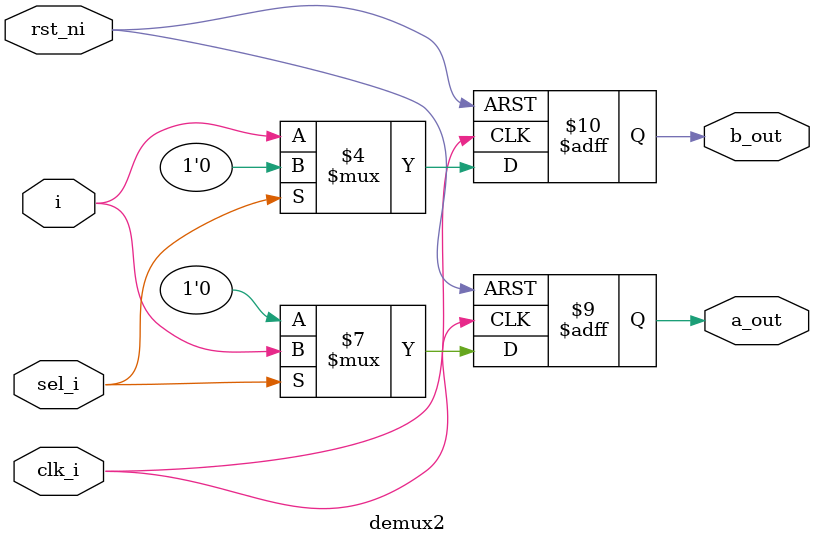
<source format=v>

`timescale 1ns / 1ps


module demux2 
#( 
  parameter DATA_WIDTH = 1
) (
  input                       clk_i,
  input                       rst_ni,
  output reg [DATA_WIDTH-1:0] a_out,
  output reg [DATA_WIDTH-1:0] b_out,
  input                       sel_i,
  input      [DATA_WIDTH-1:0] i
);

  always @(posedge clk_i, negedge rst_ni) begin
    //Reset
    if (!rst_ni) begin
      a_out = 0;
      b_out = 0;
    end else begin
      if (sel_i) begin 
        a_out = i;
        b_out = 0;
      end else begin
        a_out = 0;
        b_out = i;
      end
    end

  end

endmodule

</source>
